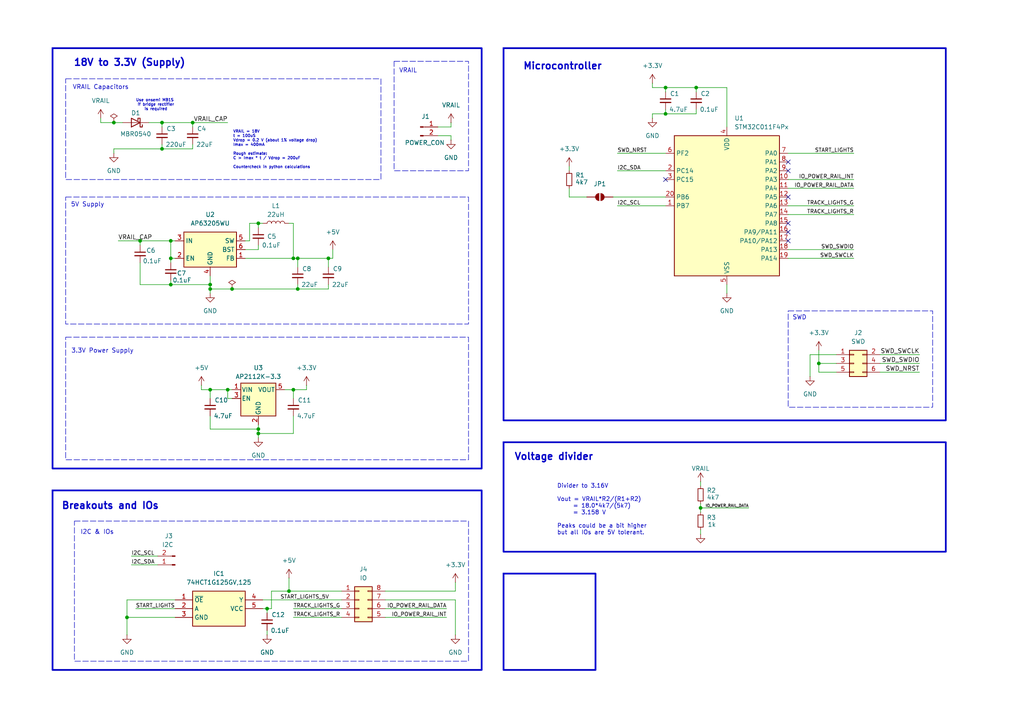
<source format=kicad_sch>
(kicad_sch (version 20231120) (generator "eeschema") (generator_version "8.0")
  (paper "A4")
  (title_block (title "FastLapLights5V") (date "2025-04-14") (rev "MK6") (comment 1 "18V Supply Power Rail") (comment 2 "5V WS2812b PWR & SIG") (comment 3 "3.3V uC Power Supply"))
  (lib_symbols
    (symbol "74HCT1G125GV_125:74HCT1G125GV,125"
      (property "Reference" "IC" (at 21.59 7.62 0))
      (property "Value" "74HCT1G125GV,125" (at 21.59 5.08 0))
      (symbol "74HCT1G125GV,125_1_1"
        (rectangle (start 5.08 2.54) (end 20.32 -7.62) (stroke (width 0.254)) (fill (type background)))
        (pin passive line (at 0 0 0) (length 5.08) (name "~{OE}") (number "1"))
        (pin passive line (at 0 -2.54 0) (length 5.08) (name "A") (number "2"))
        (pin passive line (at 0 -5.08 0) (length 5.08) (name "GND") (number "3"))
        (pin passive line (at 25.4 0 180) (length 5.08) (name "Y") (number "4"))
        (pin passive line (at 25.4 -2.54 180) (length 5.08) (name "VCC") (number "5"))
      )
    )
    (symbol "Connector:Conn_01x02_Pin" (pin_names (offset 1.016) hide)
      (property "Reference" "J" (at 0 2.54 0))
      (property "Value" "Conn_01x02_Pin" (at 0 -5.08 0))
      (symbol "Conn_01x02_Pin_1_1"
        (polyline (pts (xy 1.27 -2.54) (xy 0.8636 -2.54)) (stroke (width 0.1524)))
        (polyline (pts (xy 1.27 0) (xy 0.8636 0)) (stroke (width 0.1524)))
        (rectangle (start 0.8636 -2.413) (end 0 -2.667) (stroke (width 0.1524)) (fill (type outline)))
        (rectangle (start 0.8636 0.127) (end 0 -0.127) (stroke (width 0.1524)) (fill (type outline)))
        (pin passive line (at 5.08 0 180) (length 3.81) (name "Pin_1") (number "1"))
        (pin passive line (at 5.08 -2.54 180) (length 3.81) (name "Pin_2") (number "2"))
      )
    )
    (symbol "Connector_Generic:Conn_02x03_Odd_Even" (pin_names (offset 1.016) hide)
      (property "Reference" "J" (at 1.27 5.08 0))
      (property "Value" "Conn_02x03_Odd_Even" (at 1.27 -5.08 0))
      (symbol "Conn_02x03_Odd_Even_1_1"
        (rectangle (start -1.27 -2.413) (end 0 -2.667) (stroke (width 0.1524)))
        (rectangle (start -1.27 0.127) (end 0 -0.127) (stroke (width 0.1524)))
        (rectangle (start -1.27 2.667) (end 0 2.413) (stroke (width 0.1524)))
        (rectangle (start -1.27 3.81) (end 3.81 -3.81) (stroke (width 0.254)) (fill (type background)))
        (rectangle (start 3.81 -2.413) (end 2.54 -2.667) (stroke (width 0.1524)))
        (rectangle (start 3.81 0.127) (end 2.54 -0.127) (stroke (width 0.1524)))
        (rectangle (start 3.81 2.667) (end 2.54 2.413) (stroke (width 0.1524)))
        (pin passive line (at -5.08 2.54 0) (length 3.81) (name "Pin_1") (number "1"))
        (pin passive line (at 7.62 2.54 180) (length 3.81) (name "Pin_2") (number "2"))
        (pin passive line (at -5.08 0 0) (length 3.81) (name "Pin_3") (number "3"))
        (pin passive line (at 7.62 0 180) (length 3.81) (name "Pin_4") (number "4"))
        (pin passive line (at -5.08 -2.54 0) (length 3.81) (name "Pin_5") (number "5"))
        (pin passive line (at 7.62 -2.54 180) (length 3.81) (name "Pin_6") (number "6"))
      )
    )
    (symbol "Connector_Generic:Conn_02x04_Counter_Clockwise" (pin_names (offset 1.016) hide)
      (property "Reference" "J" (at 1.27 5.08 0))
      (property "Value" "Conn_02x04_Counter_Clockwise" (at 1.27 -7.62 0))
      (symbol "Conn_02x04_Counter_Clockwise_1_1"
        (rectangle (start -1.27 -4.953) (end 0 -5.207) (stroke (width 0.1524)))
        (rectangle (start -1.27 -2.413) (end 0 -2.667) (stroke (width 0.1524)))
        (rectangle (start -1.27 0.127) (end 0 -0.127) (stroke (width 0.1524)))
        (rectangle (start -1.27 2.667) (end 0 2.413) (stroke (width 0.1524)))
        (rectangle (start -1.27 3.81) (end 3.81 -6.35) (stroke (width 0.254)) (fill (type background)))
        (rectangle (start 3.81 -4.953) (end 2.54 -5.207) (stroke (width 0.1524)))
        (rectangle (start 3.81 -2.413) (end 2.54 -2.667) (stroke (width 0.1524)))
        (rectangle (start 3.81 0.127) (end 2.54 -0.127) (stroke (width 0.1524)))
        (rectangle (start 3.81 2.667) (end 2.54 2.413) (stroke (width 0.1524)))
        (pin passive line (at -5.08 2.54 0) (length 3.81) (name "Pin_1") (number "1"))
        (pin passive line (at -5.08 0 0) (length 3.81) (name "Pin_2") (number "2"))
        (pin passive line (at -5.08 -2.54 0) (length 3.81) (name "Pin_3") (number "3"))
        (pin passive line (at -5.08 -5.08 0) (length 3.81) (name "Pin_4") (number "4"))
        (pin passive line (at 7.62 -5.08 180) (length 3.81) (name "Pin_5") (number "5"))
        (pin passive line (at 7.62 -2.54 180) (length 3.81) (name "Pin_6") (number "6"))
        (pin passive line (at 7.62 0 180) (length 3.81) (name "Pin_7") (number "7"))
        (pin passive line (at 7.62 2.54 180) (length 3.81) (name "Pin_8") (number "8"))
      )
    )
    (symbol "Device:C_Small" (pin_numbers hide) (pin_names (offset 0.254) hide)
      (property "Reference" "C" (at 0.254 1.778 0))
      (property "Value" "C_Small" (at 0.254 -2.032 0))
      (symbol "C_Small_0_1"
        (polyline (pts (xy -1.524 -0.508) (xy 1.524 -0.508)) (stroke (width 0.3302)))
        (polyline (pts (xy -1.524 0.508) (xy 1.524 0.508)) (stroke (width 0.3048)))
      )
      (symbol "C_Small_1_1"
        (pin passive line (at 0 2.54 270) (length 2.032) (name "~") (number "1"))
        (pin passive line (at 0 -2.54 90) (length 2.032) (name "~") (number "2"))
      )
    )
    (symbol "Device:L" (pin_numbers hide) (pin_names (offset 1.016) hide)
      (property "Reference" "L" (at -1.27 0 90))
      (property "Value" "L" (at 1.905 0 90))
      (symbol "L_0_1"
        (arc (start 0 -2.54) (mid 0.6323 -1.905) (end 0 -1.27))
        (arc (start 0 -1.27) (mid 0.6323 -0.635) (end 0 0))
        (arc (start 0 0) (mid 0.6323 0.635) (end 0 1.27))
        (arc (start 0 1.27) (mid 0.6323 1.905) (end 0 2.54))
      )
      (symbol "L_1_1"
        (pin passive line (at 0 3.81 270) (length 1.27) (name "1") (number "1"))
        (pin passive line (at 0 -3.81 90) (length 1.27) (name "2") (number "2"))
      )
    )
    (symbol "Device:R_Small" (pin_numbers hide) (pin_names (offset 0.254) hide)
      (property "Reference" "R" (at 0.762 0.508 0))
      (property "Value" "R_Small" (at 0.762 -1.016 0))
      (symbol "R_Small_0_1"
        (rectangle (start -0.762 1.778) (end 0.762 -1.778) (stroke (width 0.2032)))
      )
      (symbol "R_Small_1_1"
        (pin passive line (at 0 2.54 270) (length 0.762) (name "~") (number "1"))
        (pin passive line (at 0 -2.54 90) (length 0.762) (name "~") (number "2"))
      )
    )
    (symbol "Diode:MBR0540" (pin_numbers hide) (pin_names (offset 1.016) hide)
      (property "Reference" "D" (at 0 2.54 0))
      (property "Value" "MBR0540" (at 0 -2.54 0))
      (symbol "MBR0540_0_1"
        (polyline (pts (xy 1.27 0) (xy -1.27 0)))
        (polyline (pts (xy 1.27 1.27) (xy 1.27 -1.27) (xy -1.27 0) (xy 1.27 1.27)) (stroke (width 0.254)))
        (polyline (pts (xy -1.905 0.635) (xy -1.905 1.27) (xy -1.27 1.27) (xy -1.27 -1.27) (xy -0.635 -1.27) (xy -0.635 -0.635)) (stroke (width 0.254)))
      )
      (symbol "MBR0540_1_1"
        (pin passive line (at -3.81 0 0) (length 2.54) (name "K") (number "1"))
        (pin passive line (at 3.81 0 180) (length 2.54) (name "A") (number "2"))
      )
    )
    (symbol "Jumper:SolderJumper_2_Open" (pin_numbers hide) (pin_names (offset 0) hide) (exclude_from_sim yes) (in_bom no)
      (property "Reference" "JP" (at 0 2.032 0))
      (property "Value" "SolderJumper_2_Open" (at 0 -2.54 0))
      (symbol "SolderJumper_2_Open_0_1"
        (arc (start -0.254 1.016) (mid -1.2656 0) (end -0.254 -1.016))
        (arc (start -0.254 1.016) (mid -1.2656 0) (end -0.254 -1.016) (fill (type outline)))
        (polyline (pts (xy -0.254 1.016) (xy -0.254 -1.016)))
        (polyline (pts (xy 0.254 1.016) (xy 0.254 -1.016)))
        (arc (start 0.254 -1.016) (mid 1.2656 0) (end 0.254 1.016))
        (arc (start 0.254 -1.016) (mid 1.2656 0) (end 0.254 1.016) (fill (type outline)))
      )
      (symbol "SolderJumper_2_Open_1_1"
        (pin passive line (at -3.81 0 0) (length 2.54) (name "A") (number "1"))
        (pin passive line (at 3.81 0 180) (length 2.54) (name "B") (number "2"))
      )
    )
    (symbol "MCU_ST_STM32C0:STM32C011F4Px"
      (property "Reference" "U" (at -15.24 21.59 0))
      (property "Value" "STM32C011F4Px" (at 2.54 21.59 0))
      (symbol "STM32C011F4Px_0_1"
        (rectangle (start -15.24 -20.32) (end 15.24 20.32) (stroke (width 0.254)) (fill (type background)))
      )
      (symbol "STM32C011F4Px_1_1"
        (pin bidirectional line (at -17.78 0 0) (length 2.54) (name "PB7") (number "1"))
        (pin bidirectional line (at 17.78 7.62 180) (length 2.54) (name "PA3") (number "10"))
        (pin bidirectional line (at 17.78 5.08 180) (length 2.54) (name "PA4") (number "11"))
        (pin bidirectional line (at 17.78 2.54 180) (length 2.54) (name "PA5") (number "12"))
        (pin bidirectional line (at 17.78 0 180) (length 2.54) (name "PA6") (number "13"))
        (pin bidirectional line (at 17.78 -2.54 180) (length 2.54) (name "PA7") (number "14"))
        (pin bidirectional line (at 17.78 -5.08 180) (length 2.54) (name "PA8") (number "15"))
        (pin bidirectional line (at 17.78 -7.62 180) (length 2.54) (name "PA9/PA11") (number "16"))
        (pin bidirectional line (at 17.78 -10.16 180) (length 2.54) (name "PA10/PA12") (number "17"))
        (pin bidirectional line (at 17.78 -12.7 180) (length 2.54) (name "PA13") (number "18"))
        (pin bidirectional line (at 17.78 -15.24 180) (length 2.54) (name "PA14") (number "19"))
        (pin bidirectional line (at -17.78 10.16 0) (length 2.54) (name "PC14") (number "2"))
        (pin bidirectional line (at -17.78 2.54 0) (length 2.54) (name "PB6") (number "20"))
        (pin bidirectional line (at -17.78 7.62 0) (length 2.54) (name "PC15") (number "3"))
        (pin power_in line (at 0 22.86 270) (length 2.54) (name "VDD") (number "4"))
        (pin power_in line (at 0 -22.86 90) (length 2.54) (name "VSS") (number "5"))
        (pin bidirectional line (at -17.78 15.24 0) (length 2.54) (name "PF2") (number "6"))
        (pin bidirectional line (at 17.78 15.24 180) (length 2.54) (name "PA0") (number "7"))
        (pin bidirectional line (at 17.78 12.7 180) (length 2.54) (name "PA1") (number "8"))
        (pin bidirectional line (at 17.78 10.16 180) (length 2.54) (name "PA2") (number "9"))
      )
    )
    (symbol "Regulator_Linear:AP2112K-3.3" (pin_names (offset 0.254))
      (property "Reference" "U" (at -5.08 5.715 0))
      (property "Value" "AP2112K-3.3" (at 0 5.715 0))
      (symbol "AP2112K-3.3_0_1"
        (rectangle (start -5.08 4.445) (end 5.08 -5.08) (stroke (width 0.254)) (fill (type background)))
      )
      (symbol "AP2112K-3.3_1_1"
        (pin power_in line (at -7.62 2.54 0) (length 2.54) (name "VIN") (number "1"))
        (pin power_in line (at 0 -7.62 90) (length 2.54) (name "GND") (number "2"))
        (pin input line (at -7.62 0 0) (length 2.54) (name "EN") (number "3"))
        (pin no_connect line (at 5.08 0 180) (length 2.54) hide (name "NC") (number "4"))
        (pin power_out line (at 7.62 2.54 180) (length 2.54) (name "VOUT") (number "5"))
      )
    )
    (symbol "Regulator_Switching:AP63205WU"
      (property "Reference" "U" (at -7.62 6.35 0))
      (property "Value" "AP63205WU" (at 2.54 6.35 0))
      (symbol "AP63205WU_0_1"
        (rectangle (start -7.62 5.08) (end 7.62 -5.08) (stroke (width 0.254)) (fill (type background)))
      )
      (symbol "AP63205WU_1_1"
        (pin input line (at 10.16 -2.54 180) (length 2.54) (name "FB") (number "1"))
        (pin input line (at -10.16 -2.54 0) (length 2.54) (name "EN") (number "2"))
        (pin power_in line (at -10.16 2.54 0) (length 2.54) (name "IN") (number "3"))
        (pin power_in line (at 0 -7.62 90) (length 2.54) (name "GND") (number "4"))
        (pin output line (at 10.16 2.54 180) (length 2.54) (name "SW") (number "5"))
        (pin passive line (at 10.16 0 180) (length 2.54) (name "BST") (number "6"))
      )
    )
    (symbol "power:+15V" (power) (pin_numbers hide) (pin_names (offset 0) hide)
      (property "Value" "+15V" (at 0 3.556 0))
      (symbol "+15V_0_1"
        (polyline (pts (xy -0.762 1.27) (xy 0 2.54)))
        (polyline (pts (xy 0 0) (xy 0 2.54)))
        (polyline (pts (xy 0 2.54) (xy 0.762 1.27)))
      )
      (symbol "+15V_1_1"
        (pin power_in line (at 0 0 90) (length 0) (name "~") (number "1"))
      )
    )
    (symbol "power:+3.3V" (power) (pin_numbers hide) (pin_names (offset 0) hide)
      (property "Value" "+3.3V" (at 0 3.556 0))
      (symbol "+3.3V_0_1"
        (polyline (pts (xy -0.762 1.27) (xy 0 2.54)))
        (polyline (pts (xy 0 0) (xy 0 2.54)))
        (polyline (pts (xy 0 2.54) (xy 0.762 1.27)))
      )
      (symbol "+3.3V_1_1"
        (pin power_in line (at 0 0 90) (length 0) (name "~") (number "1"))
      )
    )
    (symbol "power:+5V" (power) (pin_numbers hide) (pin_names (offset 0) hide)
      (property "Value" "+5V" (at 0 3.556 0))
      (symbol "+5V_0_1"
        (polyline (pts (xy -0.762 1.27) (xy 0 2.54)))
        (polyline (pts (xy 0 0) (xy 0 2.54)))
        (polyline (pts (xy 0 2.54) (xy 0.762 1.27)))
      )
      (symbol "+5V_1_1"
        (pin power_in line (at 0 0 90) (length 0) (name "~") (number "1"))
      )
    )
    (symbol "power:GND" (power) (pin_numbers hide) (pin_names (offset 0) hide)
      (property "Value" "GND" (at 0 -3.81 0))
      (symbol "GND_0_1"
        (polyline (pts (xy 0 0) (xy 0 -1.27) (xy 1.27 -1.27) (xy 0 -2.54) (xy -1.27 -1.27) (xy 0 -1.27)))
      )
      (symbol "GND_1_1"
        (pin power_in line (at 0 0 270) (length 0) (name "~") (number "1"))
      )
    )
    (symbol "power:PWR_FLAG" (power) (pin_numbers hide) (pin_names (offset 0) hide)
      (property "Value" "PWR_FLAG" (at 0 3.81 0))
      (symbol "PWR_FLAG_0_0"
        (pin power_out line (at 0 0 90) (length 0) (name "~") (number "1"))
      )
      (symbol "PWR_FLAG_0_1"
        (polyline (pts (xy 0 0) (xy 0 1.27) (xy -1.016 1.905) (xy 0 2.54) (xy 1.016 1.905) (xy 0 1.27)))
      )
    )
  )
  (junction (at 46.99 43.18))
  (junction (at 201.93 25.4))
  (junction (at 55.88 35.56))
  (junction (at 86.36 83.82))
  (junction (at 237.49 105.41))
  (junction (at 74.93 125.73))
  (junction (at 66.04 113.03))
  (junction (at 67.31 83.82))
  (junction (at 74.93 64.77))
  (junction (at 49.53 69.85))
  (junction (at 77.47 176.53))
  (junction (at 83.82 171.45))
  (junction (at 60.96 113.03))
  (junction (at 33.02 35.56))
  (junction (at 95.25 74.93))
  (junction (at 36.83 179.07))
  (junction (at 193.04 25.4))
  (junction (at 60.96 83.82))
  (junction (at 60.96 82.55))
  (junction (at 86.36 74.93))
  (junction (at 203.2 147.32))
  (junction (at 193.04 33.02))
  (junction (at 40.64 69.85))
  (junction (at 46.99 35.56))
  (junction (at 49.53 74.93))
  (junction (at 85.09 113.03))
  (junction (at 49.53 82.55))
  (junction (at 74.93 124.46))
  (junction (at 85.09 74.93))
  (no_connect (at 228.6 69.85))
  (no_connect (at 193.04 52.07))
  (no_connect (at 228.6 64.77))
  (no_connect (at 228.6 57.15))
  (no_connect (at 228.6 67.31))
  (no_connect (at 228.6 46.99))
  (no_connect (at 228.6 49.53))
  (wire (pts (xy 36.83 173.99) (xy 36.83 179.07)))
  (wire (pts (xy 228.6 44.45) (xy 247.65 44.45)))
  (wire (pts (xy 111.76 173.99) (xy 132.08 173.99)))
  (wire (pts (xy 38.1 161.29) (xy 45.72 161.29)))
  (wire (pts (xy 43.18 35.56) (xy 46.99 35.56)))
  (wire (pts (xy 130.81 39.37) (xy 127 39.37)))
  (wire (pts (xy 85.09 179.07) (xy 99.06 179.07)))
  (wire (pts (xy 60.96 83.82) (xy 67.31 83.82)))
  (wire (pts (xy 76.2 64.77) (xy 74.93 64.77)))
  (wire (pts (xy 95.25 74.93) (xy 96.52 74.93)))
  (wire (pts (xy 40.64 69.85) (xy 49.53 69.85)))
  (wire (pts (xy 228.6 52.07) (xy 247.65 52.07)))
  (wire (pts (xy 46.99 35.56) (xy 46.99 36.83)))
  (wire (pts (xy 111.76 176.53) (xy 129.54 176.53)))
  (wire (pts (xy 95.25 82.55) (xy 95.25 83.82)))
  (wire (pts (xy 77.47 176.53) (xy 77.47 177.8)))
  (wire (pts (xy 237.49 101.6) (xy 237.49 105.41)))
  (wire (pts (xy 49.53 74.93) (xy 49.53 76.2)))
  (wire (pts (xy 85.09 125.73) (xy 74.93 125.73)))
  (wire (pts (xy 111.76 179.07) (xy 129.54 179.07)))
  (wire (pts (xy 228.6 74.93) (xy 247.65 74.93)))
  (wire (pts (xy 66.04 115.57) (xy 67.31 115.57)))
  (wire (pts (xy 33.02 43.18) (xy 33.02 44.45)))
  (wire (pts (xy 67.31 83.82) (xy 86.36 83.82)))
  (wire (pts (xy 193.04 31.75) (xy 193.04 33.02)))
  (wire (pts (xy 203.2 153.67) (xy 203.2 154.94)))
  (wire (pts (xy 55.88 35.56) (xy 55.88 36.83)))
  (wire (pts (xy 74.93 64.77) (xy 74.93 66.04)))
  (wire (pts (xy 86.36 74.93) (xy 95.25 74.93)))
  (wire (pts (xy 33.02 35.56) (xy 35.56 35.56)))
  (wire (pts (xy 179.07 59.69) (xy 193.04 59.69)))
  (wire (pts (xy 193.04 57.15) (xy 177.8 57.15)))
  (wire (pts (xy 33.02 43.18) (xy 46.99 43.18)))
  (wire (pts (xy 203.2 147.32) (xy 203.2 148.59)))
  (wire (pts (xy 86.36 82.55) (xy 86.36 83.82)))
  (wire (pts (xy 83.82 64.77) (xy 85.09 64.77)))
  (wire (pts (xy 83.82 167.64) (xy 83.82 171.45)))
  (wire (pts (xy 127 36.83) (xy 130.81 36.83)))
  (wire (pts (xy 60.96 113.03) (xy 60.96 115.57)))
  (wire (pts (xy 39.37 176.53) (xy 50.8 176.53)))
  (wire (pts (xy 50.8 173.99) (xy 36.83 173.99)))
  (wire (pts (xy 132.08 173.99) (xy 132.08 184.15)))
  (wire (pts (xy 228.6 72.39) (xy 247.65 72.39)))
  (wire (pts (xy 132.08 171.45) (xy 111.76 171.45)))
  (wire (pts (xy 85.09 113.03) (xy 85.09 115.57)))
  (wire (pts (xy 193.04 25.4) (xy 201.93 25.4)))
  (wire (pts (xy 203.2 146.05) (xy 203.2 147.32)))
  (wire (pts (xy 201.93 25.4) (xy 210.82 25.4)))
  (wire (pts (xy 74.93 123.19) (xy 74.93 124.46)))
  (wire (pts (xy 60.96 120.65) (xy 60.96 124.46)))
  (wire (pts (xy 50.8 74.93) (xy 49.53 74.93)))
  (wire (pts (xy 29.21 35.56) (xy 33.02 35.56)))
  (wire (pts (xy 210.82 82.55) (xy 210.82 85.09)))
  (wire (pts (xy 210.82 25.4) (xy 210.82 36.83)))
  (wire (pts (xy 189.23 34.29) (xy 189.23 33.02)))
  (wire (pts (xy 88.9 113.03) (xy 85.09 113.03)))
  (wire (pts (xy 242.57 102.87) (xy 234.95 102.87)))
  (wire (pts (xy 255.27 107.95) (xy 266.7 107.95)))
  (wire (pts (xy 46.99 41.91) (xy 46.99 43.18)))
  (wire (pts (xy 38.1 163.83) (xy 45.72 163.83)))
  (wire (pts (xy 74.93 72.39) (xy 74.93 71.12)))
  (wire (pts (xy 96.52 72.39) (xy 96.52 74.93)))
  (wire (pts (xy 234.95 102.87) (xy 234.95 109.22)))
  (wire (pts (xy 130.81 40.64) (xy 130.81 39.37)))
  (wire (pts (xy 40.64 69.85) (xy 40.64 71.12)))
  (wire (pts (xy 74.93 124.46) (xy 74.93 125.73)))
  (wire (pts (xy 85.09 176.53) (xy 99.06 176.53)))
  (wire (pts (xy 71.12 74.93) (xy 85.09 74.93)))
  (wire (pts (xy 29.21 34.29) (xy 29.21 35.56)))
  (wire (pts (xy 72.39 69.85) (xy 71.12 69.85)))
  (wire (pts (xy 228.6 62.23) (xy 247.65 62.23)))
  (wire (pts (xy 255.27 105.41) (xy 266.7 105.41)))
  (wire (pts (xy 49.53 69.85) (xy 50.8 69.85)))
  (wire (pts (xy 85.09 64.77) (xy 85.09 74.93)))
  (wire (pts (xy 34.29 69.85) (xy 40.64 69.85)))
  (wire (pts (xy 85.09 74.93) (xy 86.36 74.93)))
  (wire (pts (xy 55.88 35.56) (xy 66.04 35.56)))
  (wire (pts (xy 40.64 82.55) (xy 49.53 82.55)))
  (wire (pts (xy 36.83 179.07) (xy 36.83 184.15)))
  (wire (pts (xy 86.36 74.93) (xy 86.36 77.47)))
  (wire (pts (xy 71.12 72.39) (xy 74.93 72.39)))
  (wire (pts (xy 228.6 54.61) (xy 247.65 54.61)))
  (wire (pts (xy 255.27 102.87) (xy 266.7 102.87)))
  (wire (pts (xy 189.23 25.4) (xy 193.04 25.4)))
  (wire (pts (xy 77.47 182.88) (xy 77.47 184.15)))
  (wire (pts (xy 179.07 49.53) (xy 193.04 49.53)))
  (wire (pts (xy 60.96 82.55) (xy 60.96 83.82)))
  (wire (pts (xy 60.96 124.46) (xy 74.93 124.46)))
  (wire (pts (xy 179.07 44.45) (xy 193.04 44.45)))
  (wire (pts (xy 49.53 69.85) (xy 49.53 74.93)))
  (wire (pts (xy 242.57 105.41) (xy 237.49 105.41)))
  (wire (pts (xy 46.99 43.18) (xy 55.88 43.18)))
  (wire (pts (xy 78.74 176.53) (xy 78.74 171.45)))
  (wire (pts (xy 165.1 54.61) (xy 165.1 57.15)))
  (wire (pts (xy 72.39 64.77) (xy 72.39 69.85)))
  (wire (pts (xy 95.25 74.93) (xy 95.25 77.47)))
  (wire (pts (xy 66.04 115.57) (xy 66.04 113.03)))
  (wire (pts (xy 83.82 171.45) (xy 99.06 171.45)))
  (wire (pts (xy 88.9 111.76) (xy 88.9 113.03)))
  (wire (pts (xy 66.04 113.03) (xy 60.96 113.03)))
  (wire (pts (xy 60.96 113.03) (xy 58.42 113.03)))
  (wire (pts (xy 95.25 83.82) (xy 86.36 83.82)))
  (wire (pts (xy 228.6 59.69) (xy 247.65 59.69)))
  (wire (pts (xy 85.09 120.65) (xy 85.09 125.73)))
  (wire (pts (xy 189.23 25.4) (xy 189.23 24.13)))
  (wire (pts (xy 40.64 76.2) (xy 40.64 82.55)))
  (wire (pts (xy 237.49 107.95) (xy 242.57 107.95)))
  (wire (pts (xy 74.93 125.73) (xy 74.93 127)))
  (wire (pts (xy 58.42 111.76) (xy 58.42 113.03)))
  (wire (pts (xy 165.1 57.15) (xy 170.18 57.15)))
  (wire (pts (xy 132.08 168.91) (xy 132.08 171.45)))
  (wire (pts (xy 85.09 113.03) (xy 82.55 113.03)))
  (wire (pts (xy 201.93 33.02) (xy 201.93 31.75)))
  (wire (pts (xy 50.8 179.07) (xy 36.83 179.07)))
  (wire (pts (xy 60.96 83.82) (xy 60.96 85.09)))
  (wire (pts (xy 55.88 41.91) (xy 55.88 43.18)))
  (wire (pts (xy 130.81 36.83) (xy 130.81 35.56)))
  (wire (pts (xy 46.99 35.56) (xy 55.88 35.56)))
  (wire (pts (xy 49.53 81.28) (xy 49.53 82.55)))
  (wire (pts (xy 72.39 64.77) (xy 74.93 64.77)))
  (wire (pts (xy 165.1 48.26) (xy 165.1 49.53)))
  (wire (pts (xy 78.74 171.45) (xy 83.82 171.45)))
  (wire (pts (xy 76.2 173.99) (xy 99.06 173.99)))
  (wire (pts (xy 193.04 25.4) (xy 193.04 26.67)))
  (wire (pts (xy 237.49 105.41) (xy 237.49 107.95)))
  (wire (pts (xy 76.2 176.53) (xy 77.47 176.53)))
  (wire (pts (xy 193.04 33.02) (xy 201.93 33.02)))
  (wire (pts (xy 203.2 139.7) (xy 203.2 140.97)))
  (wire (pts (xy 66.04 113.03) (xy 67.31 113.03)))
  (wire (pts (xy 201.93 25.4) (xy 201.93 26.67)))
  (wire (pts (xy 60.96 80.01) (xy 60.96 82.55)))
  (wire (pts (xy 203.2 147.32) (xy 217.17 147.32)))
  (wire (pts (xy 49.53 82.55) (xy 60.96 82.55)))
  (wire (pts (xy 189.23 33.02) (xy 193.04 33.02)))
  (wire (pts (xy 77.47 176.53) (xy 78.74 176.53)))
  (rectangle (start 19.05 57.15) (end 135.89 93.98) (stroke (width 0) (type dash)))
  (rectangle (start 146.05 13.97) (end 274.32 121.92) (stroke (width 0.5)))
  (rectangle (start 114.3 17.78) (end 135.89 49.53) (stroke (width 0) (type dash)))
  (rectangle (start 19.05 22.86) (end 110.49 52.07) (stroke (width 0) (type dash)))
  (rectangle (start 146.05 166.37) (end 172.72 194.31) (stroke (width 0.5)))
  (rectangle (start 19.05 97.79) (end 135.89 133.35) (stroke (width 0) (type dash)))
  (rectangle (start 21.59 151.13) (end 135.89 191.77) (stroke (width 0) (type dash)))
  (rectangle (start 228.6 90.17) (end 270.51 118.11) (stroke (width 0) (type dash)))
  (rectangle (start 15.24 13.97) (end 139.7 135.89) (stroke (width 0.5)))
  (rectangle (start 146.05 128.27) (end 274.32 160.02) (stroke (width 0.5)))
  (rectangle (start 15.24 142.24) (end 139.7 194.31) (stroke (width 0.5)))
  (text "3.3V Power Supply" (at 29.718 101.854 0) (effects (font (size 1.27 1.27))))
  (text "Use onsemi MB1S \nif bridge rectifier\nis required" (at 45.212 30.48 0) (effects (font (size 0.8 0.8))))
  (text "5V Supply" (at 25.4 59.436 0) (effects (font (size 1.27 1.27))))
  (text "Voltage divider" (at 149.098 132.588 0) (effects (font (size 2 2) (thickness 0.4) (bold yes)) (justify left)))
  (text "Breakouts and IOs" (at 17.78 146.812 0) (effects (font (size 2 2) (thickness 0.4) (bold yes)) (justify left)))
  (text "Microcontroller" (at 151.638 19.304 0) (effects (font (size 2 2) (thickness 0.4) (bold yes)) (justify left)))
  (text "Divider to 3.16V\n\nVout = VRAIL*R2/(R1+R2)\n     = 18.0*4k7/(5k7)\n     = 3.158 V\n\nPeaks could be a bit higher \nbut all IOs are 5V tolerant." (at 161.544 147.828 0) (effects (font (size 1.2 1.2) (thickness 0.1588)) (justify left)))
  (text "VRAIL = 18V\nt = 100uS \nVdrop = 0.2 V (about 1% voltage drop)\nImax = 400mA\n\nRough estimate:\nC > Imax * t / Vdrop = 200uF\n\nCountercheck in python calculations\n" (at 67.564 43.434 0) (effects (font (size 0.8 0.8)) (justify left)))
  (text "VRAIL\n" (at 118.364 20.574 0) (effects (font (size 1.27 1.27))))
  (text "SWD" (at 231.902 92.202 0) (effects (font (size 1.27 1.27))))
  (text "VRAIL Capacitors\n" (at 29.21 25.4 0) (effects (font (size 1.27 1.27))))
  (text "I2C & IOs" (at 28.194 154.432 0) (effects (font (size 1.27 1.27))))
  (text "18V to 3.3V (Supply)" (at 37.592 18.288 0) (effects (font (size 2 2) (thickness 0.4) (bold yes))))
  (label "SWD_SWDIO" (at 247.65 72.39 180) (effects (font (size 1.1 1.1))))
  (label "IO_POWER_RAIL_DATA" (at 217.17 147.32 180) (effects (font (size 0.8 0.8))))
  (label "TRACK_LIGHTS_R" (at 247.65 62.23 180) (effects (font (size 1.1 1.1))))
  (label "START_LIGHTS_5V" (at 81.28 173.99 0) (effects (font (size 1.1 1.1))))
  (label "VRAIL_CAP" (at 34.29 69.85 0))
  (label "IO_POWER_RAIL_INT" (at 247.65 52.07 180) (effects (font (size 1.1 1.1))))
  (label "I2C_SDA" (at 38.1 163.83 0) (effects (font (size 1.1 1.1))))
  (label "SWD_NRST" (at 179.07 44.45 0) (effects (font (size 1.1 1.1))))
  (label "I2C_SCL" (at 38.1 161.29 0) (effects (font (size 1.1 1.1))))
  (label "TRACK_LIGHTS_G" (at 247.65 59.69 180) (effects (font (size 1.1 1.1))))
  (label "SWD_NRST" (at 266.7 107.95 180))
  (label "TRACK_LIGHTS_R" (at 85.09 179.07 0) (effects (font (size 1.1 1.1))))
  (label "SWD_SWCLK" (at 247.65 74.93 180) (effects (font (size 1.1 1.1))))
  (label "IO_POWER_RAIL_DATA" (at 129.54 176.53 180) (effects (font (size 1.1 1.1))))
  (label "START_LIGHTS" (at 247.65 44.45 180) (effects (font (size 1.1 1.1))))
  (label "VRAIL_CAP" (at 66.04 35.56 180))
  (label "IO_POWER_RAIL_INT" (at 129.54 179.07 180) (effects (font (size 1.1 1.1))))
  (label "I2C_SCL" (at 179.07 59.69 0) (effects (font (size 1.1 1.1))))
  (label "SWD_SWDIO" (at 266.7 105.41 180))
  (label "I2C_SDA" (at 179.07 49.53 0) (effects (font (size 1.1 1.1))))
  (label "START_LIGHTS" (at 39.37 176.53 0) (effects (font (size 1.1 1.1))))
  (label "IO_POWER_RAIL_DATA" (at 247.65 54.61 180) (effects (font (size 1.1 1.1))))
  (label "SWD_SWCLK" (at 266.7 102.87 180))
  (label "TRACK_LIGHTS_G" (at 85.09 176.53 0) (effects (font (size 1.1 1.1))))
  (symbol (lib_id "Device:C_Small") (at 201.93 29.21 0) (unit 1)
    (property "Reference" "C2" (at 203.2 27.178 0) (effects (justify left)))
    (property "Value" "0.1uF" (at 202.946 31.75 0) (effects (justify left)))
    (property "Footprint" "Capacitor_SMD:C_0603_1608Metric" (effects (hide yes)))
    (property "Description" "Unpolarized capacitor, small symbol" (effects (hide yes)))
    (property "LCSC" "C1591" (effects (hide yes)))
  )
  (symbol (lib_id "Device:C_Small") (at 86.36 80.01 0) (unit 1)
    (property "Reference" "C8" (at 87.63 77.978 0) (effects (justify left)))
    (property "Value" "22uF" (at 87.376 82.55 0) (effects (justify left)))
    (property "Footprint" "Capacitor_SMD:C_0603_1608Metric" (effects (hide yes)))
    (property "Description" "Unpolarized capacitor, small symbol" (effects (hide yes)))
    (property "LCSC" " C86295" (effects (hide yes)))
  )
  (symbol (lib_id "Device:R_Small") (at 203.2 143.51 0) (unit 1)
    (property "Reference" "R2" (at 204.978 142.24 0) (effects (justify left)))
    (property "Value" "4k7" (at 204.978 144.272 0) (effects (justify left)))
    (property "Footprint" "Resistor_SMD:R_0603_1608Metric" (effects (hide yes)))
    (property "Description" "Resistor, small symbol" (effects (hide yes)))
    (property "LCSC" "C99782" (effects (hide yes)))
  )
  (symbol (lib_id "power:+15V") (at 29.21 34.29 0) (unit 1)
    (property "Reference" "#PWR2" (effects (hide yes)))
    (property "Value" "VRAIL" (at 29.21 29.21 0))
    (property "Description" "Power symbol creates a global label with name \"+15V\"" (effects (hide yes)))
  )
  (symbol (lib_id "Device:R_Small") (at 203.2 151.13 0) (unit 1)
    (property "Reference" "R3" (at 204.978 150.114 0) (effects (justify left)))
    (property "Value" "1k" (at 205.232 152.146 0) (effects (justify left)))
    (property "Footprint" "Resistor_SMD:R_0603_1608Metric" (effects (hide yes)))
    (property "Description" "Resistor, small symbol" (effects (hide yes)))
    (property "LCSC" "C22548" (effects (hide yes)))
  )
  (symbol (lib_id "power:GND") (at 234.95 109.22 0) (unit 1)
    (property "Reference" "#PWR12" (effects (hide yes)))
    (property "Value" "GND" (at 234.95 114.3 0))
    (property "Description" "Power symbol creates a global label with name \"GND\" , ground" (effects (hide yes)))
  )
  (symbol (lib_id "Device:C_Small") (at 193.04 29.21 0) (unit 1)
    (property "Reference" "C1" (at 194.31 27.178 0) (effects (justify left)))
    (property "Value" "4.7uF" (at 194.056 31.75 0) (effects (justify left)))
    (property "Footprint" "Capacitor_SMD:C_0603_1608Metric" (effects (hide yes)))
    (property "Description" "Unpolarized capacitor, small symbol" (effects (hide yes)))
    (property "LCSC" " C1705" (effects (hide yes)))
  )
  (symbol (lib_id "power:GND") (at 60.96 85.09 0) (unit 1)
    (property "Reference" "#PWR9" (effects (hide yes)))
    (property "Value" "GND" (at 60.96 90.17 0))
    (property "Description" "Power symbol creates a global label with name \"GND\" , ground" (effects (hide yes)))
  )
  (symbol (lib_id "power:GND") (at 203.2 154.94 0) (unit 1)
    (property "Reference" "#PWR17" (effects (hide yes)))
    (property "Value" "GND" (effects (hide yes)))
    (property "Description" "Power symbol creates a global label with name \"GND\" , ground" (effects (hide yes)))
  )
  (symbol (lib_id "power:+3.3V") (at 189.23 24.13 0) (unit 1)
    (property "Reference" "#PWR1" (effects (hide yes)))
    (property "Value" "+3.3V" (at 189.23 19.05 0))
    (property "Description" "Power symbol creates a global label with name \"+3.3V\"" (effects (hide yes)))
  )
  (symbol (lib_id "Device:C_Small") (at 55.88 39.37 0) (unit 1)
    (property "Reference" "C4" (at 57.15 37.338 0) (effects (justify left)))
    (property "Value" "22uF" (at 56.896 41.91 0) (effects (justify left)))
    (property "Footprint" "Capacitor_SMD:C_0805_2012Metric" (effects (hide yes)))
    (property "Description" "Unpolarized capacitor, small symbol" (effects (hide yes)))
    (property "LCSC" "C602037" (effects (hide yes)))
  )
  (symbol (lib_id "power:GND") (at 130.81 40.64 0) (unit 1)
    (property "Reference" "#PWR5" (effects (hide yes)))
    (property "Value" "GND" (at 130.81 45.72 0))
    (property "Description" "Power symbol creates a global label with name \"GND\" , ground" (effects (hide yes)))
  )
  (symbol (lib_id "Diode:MBR0540") (at 39.37 35.56 180) (unit 1)
    (property "Reference" "D1" (at 39.37 32.766 0))
    (property "Value" "MBR0540" (at 39.37 38.862 0))
    (property "Footprint" "Diode_SMD:D_SOD-123" (effects (hide yes)))
    (property "Datasheet" "http://www.mccsemi.com/up_pdf/MBR0520~MBR0580(SOD123).pdf" (effects (hide yes)))
    (property "Description" "40V 0.5A Schottky Power Rectifier Diode, SOD-123" (effects (hide yes)))
    (property "LCSC" "C236080" (effects (hide yes)))
  )
  (symbol (lib_id "power:+15V") (at 130.81 35.56 0) (unit 1)
    (property "Reference" "#PWR4" (effects (hide yes)))
    (property "Value" "VRAIL" (at 130.81 30.48 0))
    (property "Description" "Power symbol creates a global label with name \"+15V\"" (effects (hide yes)))
  )
  (symbol (lib_id "power:+3.3V") (at 237.49 101.6 0) (unit 1)
    (property "Reference" "#PWR11" (effects (hide yes)))
    (property "Value" "+3.3V" (at 237.49 96.52 0))
    (property "Description" "Power symbol creates a global label with name \"+3.3V\"" (effects (hide yes)))
  )
  (symbol (lib_id "Device:C_Small") (at 49.53 78.74 0) (unit 1)
    (property "Reference" "C7" (at 51.308 79.248 0) (effects (justify left)))
    (property "Value" "0.1uF" (at 50.038 81.28 0) (effects (justify left)))
    (property "Footprint" "Capacitor_SMD:C_0603_1608Metric" (effects (hide yes)))
    (property "Description" "Unpolarized capacitor, small symbol" (effects (hide yes)))
    (property "LCSC" "C1591" (effects (hide yes)))
  )
  (symbol (lib_id "power:GND") (at 132.08 184.15 0) (unit 1)
    (property "Reference" "#PWR22" (effects (hide yes)))
    (property "Value" "GND" (at 132.08 189.23 0))
    (property "Description" "Power symbol creates a global label with name \"GND\" , ground" (effects (hide yes)))
  )
  (symbol (lib_id "Device:R_Small") (at 165.1 52.07 0) (unit 1)
    (property "Reference" "R1" (at 166.878 50.8 0) (effects (justify left)))
    (property "Value" "4k7" (at 166.878 52.832 0) (effects (justify left)))
    (property "Footprint" "Resistor_SMD:R_0603_1608Metric" (effects (hide yes)))
    (property "Description" "Resistor, small symbol" (effects (hide yes)))
    (property "LCSC" "C99782" (effects (hide yes)))
  )
  (symbol (lib_id "Device:C_Small") (at 85.09 118.11 0) (unit 1)
    (property "Reference" "C11" (at 86.36 116.078 0) (effects (justify left)))
    (property "Value" "4.7uF" (at 86.106 120.65 0) (effects (justify left)))
    (property "Footprint" "Capacitor_SMD:C_0603_1608Metric" (effects (hide yes)))
    (property "Description" "Unpolarized capacitor, small symbol" (effects (hide yes)))
    (property "LCSC" " C1705" (effects (hide yes)))
  )
  (symbol (lib_id "Device:C_Small") (at 60.96 118.11 0) (unit 1)
    (property "Reference" "C10" (at 62.23 116.078 0) (effects (justify left)))
    (property "Value" "4.7uF" (at 61.976 120.65 0) (effects (justify left)))
    (property "Footprint" "Capacitor_SMD:C_0603_1608Metric" (effects (hide yes)))
    (property "Description" "Unpolarized capacitor, small symbol" (effects (hide yes)))
    (property "LCSC" " C1705" (effects (hide yes)))
  )
  (symbol (lib_id "Device:L") (at 80.01 64.77 90) (unit 1)
    (property "Reference" "L1" (at 80.01 59.69 90))
    (property "Value" "22uH" (at 80.01 62.23 90))
    (property "Footprint" "Library:L_Chilisin_Elec_BPSC00101140220M00" (effects (hide yes)))
    (property "Datasheet" "https://www.lcsc.com/datasheet/lcsc_datasheet_2410121503_Chilisin-Elec-BPSC00101140220M00_C5201662.pdf" (effects (hide yes)))
    (property "Description" "Inductor" (effects (hide yes)))
    (property "LCSC" "C5201662" (effects (hide yes)))
  )
  (symbol (lib_id "power:PWR_FLAG") (at 33.02 35.56 0) (unit 1)
    (property "Reference" "#FLG1" (effects (hide yes)))
    (property "Value" "PWR_FLAG" (effects (hide yes)))
    (property "Description" "Special symbol for telling ERC where power comes from" (effects (hide yes)))
  )
  (symbol (lib_id "Device:C_Small") (at 74.93 68.58 0) (unit 1)
    (property "Reference" "C5" (at 77.47 68.58 0) (effects (justify left)))
    (property "Value" "0.1uF" (at 75.946 71.12 0) (effects (justify left)))
    (property "Footprint" "Capacitor_SMD:C_0603_1608Metric" (effects (hide yes)))
    (property "Description" "Unpolarized capacitor, small symbol" (effects (hide yes)))
    (property "LCSC" "C1591" (effects (hide yes)))
  )
  (symbol (lib_id "power:+15V") (at 203.2 139.7 0) (unit 1)
    (property "Reference" "#PWR16" (effects (hide yes)))
    (property "Value" "VRAIL" (at 203.2 135.89 0))
    (property "Description" "Power symbol creates a global label with name \"+15V\"" (effects (hide yes)))
  )
  (symbol (lib_id "power:+3.3V") (at 88.9 111.76 0) (unit 1)
    (property "Reference" "#PWR14" (effects (hide yes)))
    (property "Value" "+3.3V" (at 88.9 106.68 0))
    (property "Description" "Power symbol creates a global label with name \"+3.3V\"" (effects (hide yes)))
  )
  (symbol (lib_id "MCU_ST_STM32C0:STM32C011F4Px") (at 210.82 59.69 0) (unit 1)
    (property "Reference" "U1" (at 213.0141 34.29 0) (effects (justify left)))
    (property "Value" "STM32C011F4Px" (at 213.0141 36.83 0) (effects (justify left)))
    (property "Footprint" "Package_SO:TSSOP-20_4.4x6.5mm_P0.65mm" (effects (hide yes)))
    (property "Datasheet" "https://www.st.com/resource/en/datasheet/stm32c011f4.pdf" (effects (hide yes)))
    (property "Description" "STMicroelectronics Arm Cortex-M0+ MCU, 16KB flash, 6KB RAM, 48 MHz, 2.0-3.6V, 18 GPIO, TSSOP20" (effects (hide yes)))
    (property "LCSC" "C5452432" (effects (hide yes)))
  )
  (symbol (lib_id "power:+5V") (at 58.42 111.76 0) (unit 1)
    (property "Reference" "#PWR13" (effects (hide yes)))
    (property "Value" "+5V" (at 58.42 106.68 0))
    (property "Description" "Power symbol creates a global label with name \"+5V\"" (effects (hide yes)))
  )
  (symbol (lib_id "Connector:Conn_01x02_Pin") (at 121.92 36.83 0) (unit 1) (in_bom no)
    (property "Reference" "J1" (at 123.444 33.782 0))
    (property "Value" "POWER_CON" (at 123.19 41.402 0))
    (property "Footprint" "Connector_PinHeader_2.54mm:PinHeader_2x01_P2.54mm_Vertical" (effects (hide yes)))
    (property "Description" "Generic connector, single row, 01x02, script generated" (effects (hide yes)))
  )
  (symbol (lib_id "power:PWR_FLAG") (at 67.31 83.82 0) (unit 1)
    (property "Reference" "#FLG2" (effects (hide yes)))
    (property "Value" "PWR_FLAG" (effects (hide yes)))
    (property "Description" "Special symbol for telling ERC where power comes from" (effects (hide yes)))
  )
  (symbol (lib_id "Device:C_Small") (at 46.99 39.37 0) (unit 1)
    (property "Reference" "C3" (at 48.26 37.338 0) (effects (justify left)))
    (property "Value" "220uF" (at 48.006 41.91 0) (effects (justify left)))
    (property "Footprint" "Library:CP_220_Honor_Elec_HV1E227M0810PZ" (effects (hide yes)))
    (property "Description" "Unpolarized capacitor, small symbol" (effects (hide yes)))
    (property "LCSC" "C5246542" (effects (hide yes)))
  )
  (symbol (lib_id "Connector_Generic:Conn_02x04_Counter_Clockwise") (at 104.14 173.99 0) (unit 1) (in_bom no)
    (property "Reference" "J4" (at 105.41 165.1 0))
    (property "Value" "IO" (at 105.41 167.64 0))
    (property "Footprint" "Connector_PinHeader_2.54mm:PinHeader_2x04_P2.54mm_Vertical" (effects (hide yes)))
    (property "Description" "Generic connector, double row, 02x04, counter clockwise pin numbering scheme (similar to DIP package numbering), script generated (kicad-library-utils/schlib/autogen/connector/)" (effects (hide yes)))
  )
  (symbol (lib_id "power:+3.3V") (at 132.08 168.91 0) (unit 1)
    (property "Reference" "#PWR19" (effects (hide yes)))
    (property "Value" "+3.3V" (at 132.08 163.83 0))
    (property "Description" "Power symbol creates a global label with name \"+3.3V\"" (effects (hide yes)))
  )
  (symbol (lib_id "power:GND") (at 210.82 85.09 0) (unit 1)
    (property "Reference" "#PWR10" (effects (hide yes)))
    (property "Value" "GND" (at 210.82 90.17 0))
    (property "Description" "Power symbol creates a global label with name \"GND\" , ground" (effects (hide yes)))
  )
  (symbol (lib_id "Connector_Generic:Conn_02x03_Odd_Even") (at 247.65 105.41 0) (unit 1) (in_bom no)
    (property "Reference" "J2" (at 248.92 96.52 0))
    (property "Value" "SWD" (at 248.92 99.06 0))
    (property "Footprint" "Connector_PinHeader_2.54mm:PinHeader_2x03_P2.54mm_Vertical" (effects (hide yes)))
    (property "Description" "Generic connector, double row, 02x03, odd/even pin numbering scheme (row 1 odd numbers, row 2 even numbers), script generated (kicad-library-utils/schlib/autogen/connector/)" (effects (hide yes)))
  )
  (symbol (lib_id "power:GND") (at 33.02 44.45 0) (unit 1)
    (property "Reference" "#PWR6" (effects (hide yes)))
    (property "Value" "GND" (at 33.02 49.53 0))
    (property "Description" "Power symbol creates a global label with name \"GND\" , ground" (effects (hide yes)))
  )
  (symbol (lib_id "Connector:Conn_01x02_Pin") (at 50.8 163.83 180) (unit 1) (in_bom no)
    (property "Reference" "J3" (at 47.752 155.448 0) (effects (justify right)))
    (property "Value" "I2C" (at 46.99 157.988 0) (effects (justify right)))
    (property "Footprint" "Connector_PinHeader_2.54mm:PinHeader_1x02_P2.54mm_Vertical" (effects (hide yes)))
    (property "Description" "Generic connector, single row, 01x02, script generated" (effects (hide yes)))
  )
  (symbol (lib_id "power:+5V") (at 83.82 167.64 0) (unit 1)
    (property "Reference" "#PWR18" (effects (hide yes)))
    (property "Value" "+5V" (at 83.82 162.56 0))
    (property "Description" "Power symbol creates a global label with name \"+5V\"" (effects (hide yes)))
  )
  (symbol (lib_id "Device:C_Small") (at 40.64 73.66 0) (unit 1)
    (property "Reference" "C6" (at 42.418 72.644 0) (effects (justify left)))
    (property "Value" "0.1uF" (at 41.402 75.692 0) (effects (justify left)))
    (property "Footprint" "Capacitor_SMD:C_0603_1608Metric" (effects (hide yes)))
    (property "Description" "Unpolarized capacitor, small symbol" (effects (hide yes)))
    (property "LCSC" "C1591" (effects (hide yes)))
  )
  (symbol (lib_id "power:GND") (at 77.47 184.15 0) (unit 1)
    (property "Reference" "#PWR21" (effects (hide yes)))
    (property "Value" "GND" (at 77.47 189.23 0))
    (property "Description" "Power symbol creates a global label with name \"GND\" , ground" (effects (hide yes)))
  )
  (symbol (lib_id "Jumper:SolderJumper_2_Open") (at 173.99 57.15 0) (unit 1) (exclude_from_sim yes) (in_bom no)
    (property "Reference" "JP1" (at 173.99 53.34 0))
    (property "Value" "SP" (effects (hide yes)))
    (property "Footprint" "Jumper:SolderJumper-2_P1.3mm_Open_RoundedPad1.0x1.5mm" (effects (hide yes)))
    (property "Description" "Solder Jumper, 2-pole, open" (effects (hide yes)))
  )
  (symbol (lib_id "power:GND") (at 189.23 34.29 0) (unit 1)
    (property "Reference" "#PWR3" (effects (hide yes)))
    (property "Value" "GND" (at 189.23 39.37 0))
    (property "Description" "Power symbol creates a global label with name \"GND\" , ground" (effects (hide yes)))
  )
  (symbol (lib_id "Regulator_Linear:AP2112K-3.3") (at 74.93 115.57 0) (unit 1)
    (property "Reference" "U3" (at 74.93 106.68 0))
    (property "Value" "AP2112K-3.3" (at 74.93 109.22 0))
    (property "Footprint" "Package_TO_SOT_SMD:SOT-23-5" (effects (hide yes)))
    (property "Datasheet" "https://www.diodes.com/assets/Datasheets/AP2112.pdf" (effects (hide yes)))
    (property "Description" "600mA low dropout linear regulator, with enable pin, 3.8V-6V input voltage range, 3.3V fixed positive output, SOT-23-5" (effects (hide yes)))
    (property "LCSC" "C51118" (effects (hide yes)))
  )
  (symbol (lib_id "power:+5V") (at 96.52 72.39 0) (unit 1)
    (property "Reference" "#PWR8" (effects (hide yes)))
    (property "Value" "+5V" (at 96.52 67.31 0))
    (property "Description" "Power symbol creates a global label with name \"+5V\"" (effects (hide yes)))
  )
  (symbol (lib_id "74HCT1G125GV_125:74HCT1G125GV,125") (at 50.8 173.99 0) (unit 1)
    (property "Reference" "IC1" (at 63.5 166.37 0))
    (property "Value" "74HCT1G125GV,125" (at 63.5 168.91 0))
    (property "Footprint" "Library:SOT95P275X110-5N" (effects (hide yes)))
    (property "Datasheet" "https://assets.nexperia.com/documents/data-sheet/74HC_HCT1G125.pdf" (effects (hide yes)))
    (property "Description" "74HC(T)1G125 - Bus buffer/line driver; 3-state@en-us" (effects (hide yes)))
    (property "Height" "1.1" (effects (hide yes)))
    (property "Mouser Part Number" "771-74HCT1G125GV" (effects (hide yes)))
    (property "Mouser Price/Stock" "https://www.mouser.co.uk/ProductDetail/Nexperia/74HCT1G125GV125?qs=P62ublwmbi%252BqPX1iqRUd7g%3D%3D" (effects (hide yes)))
    (property "Manufacturer_Name" "Nexperia" (effects (hide yes)))
    (property "Manufacturer_Part_Number" "74HCT1G125GV,125" (effects (hide yes)))
    (property "LCSC" "C12502" (effects (hide yes)))
  )
  (symbol (lib_id "power:GND") (at 74.93 127 0) (unit 1)
    (property "Reference" "#PWR15" (effects (hide yes)))
    (property "Value" "GND" (at 74.93 132.08 0))
    (property "Description" "Power symbol creates a global label with name \"GND\" , ground" (effects (hide yes)))
  )
  (symbol (lib_id "Device:C_Small") (at 95.25 80.01 0) (unit 1)
    (property "Reference" "C9" (at 96.52 77.978 0) (effects (justify left)))
    (property "Value" "22uF" (at 96.266 82.55 0) (effects (justify left)))
    (property "Footprint" "Capacitor_SMD:C_0603_1608Metric" (effects (hide yes)))
    (property "Description" "Unpolarized capacitor, small symbol" (effects (hide yes)))
    (property "LCSC" " C86295" (effects (hide yes)))
  )
  (symbol (lib_id "Device:C_Small") (at 77.47 180.34 0) (unit 1)
    (property "Reference" "C12" (at 78.74 178.308 0) (effects (justify left)))
    (property "Value" "0.1uF" (at 78.486 182.88 0) (effects (justify left)))
    (property "Footprint" "Capacitor_SMD:C_0603_1608Metric" (effects (hide yes)))
    (property "Description" "Unpolarized capacitor, small symbol" (effects (hide yes)))
    (property "LCSC" "C1591" (effects (hide yes)))
  )
  (symbol (lib_id "power:GND") (at 36.83 184.15 0) (unit 1)
    (property "Reference" "#PWR20" (effects (hide yes)))
    (property "Value" "GND" (at 36.83 189.23 0))
    (property "Description" "Power symbol creates a global label with name \"GND\" , ground" (effects (hide yes)))
  )
  (symbol (lib_id "Regulator_Switching:AP63205WU") (at 60.96 72.39 0) (unit 1)
    (property "Reference" "U2" (at 60.96 62.23 0))
    (property "Value" "AP63205WU" (at 60.96 64.77 0))
    (property "Footprint" "Package_TO_SOT_SMD:TSOT-23-6" (effects (hide yes)))
    (property "Datasheet" "https://www.diodes.com/assets/Datasheets/AP63200-AP63201-AP63203-AP63205.pdf" (effects (hide yes)))
    (property "Description" "2A, 1.1MHz Buck DC/DC Converter, fixed 5.0V output voltage, TSOT-23-6" (effects (hide yes)))
    (property "LCSC" "C2071056" (effects (hide yes)))
  )
  (symbol (lib_id "power:+3.3V") (at 165.1 48.26 0) (unit 1)
    (property "Reference" "#PWR7" (effects (hide yes)))
    (property "Value" "+3.3V" (at 165.1 43.18 0))
    (property "Description" "Power symbol creates a global label with name \"+3.3V\"" (effects (hide yes)))
  )
)
</source>
